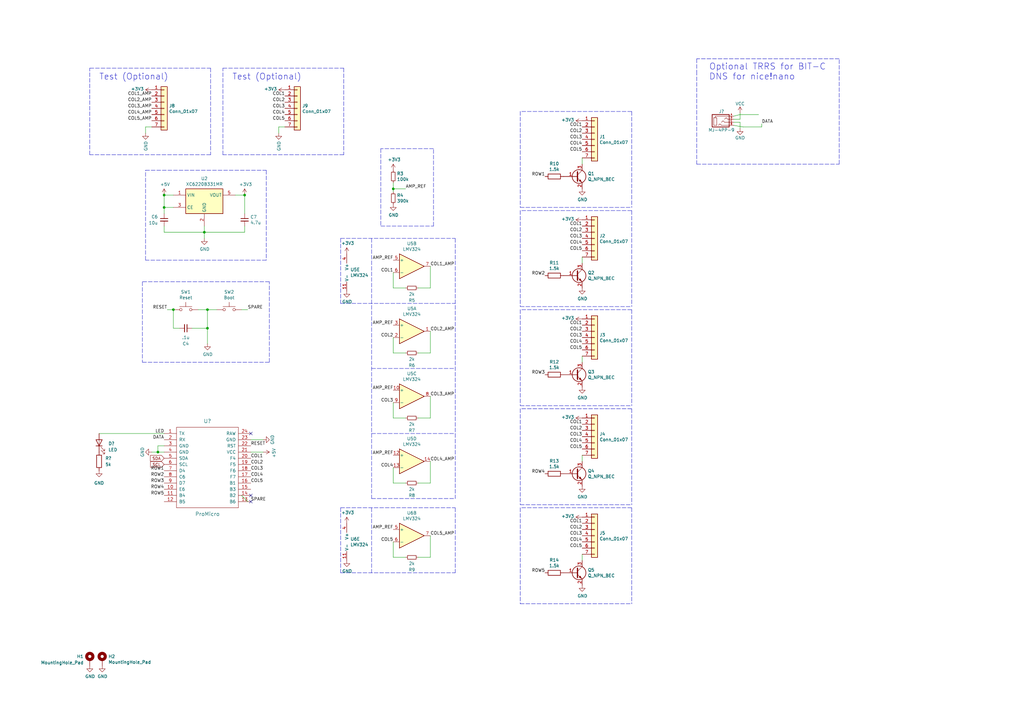
<source format=kicad_sch>
(kicad_sch (version 20211123) (generator eeschema)
  (paper "A3")
  (title_block (title "lalboard main board") (rev "v0.1"))
  (lib_symbols
    (symbol "Amplifier_Operational:LMV324" (pin_names (offset 0.127))
      (property "Reference" "U" (at 0 5.08 0))
      (property "Value" "LMV324" (at 0 -5.08 0))
      (symbol "LMV324_1_1"
        (polyline (pts (xy -5.08 5.08) (xy 5.08 0) (xy -5.08 -5.08) (xy -5.08 5.08)) (stroke (width 0.254)) (fill (type background)))
        (pin output line (at 7.62 0 180) (length 2.54) (name "~") (number "1"))
        (pin input line (at -7.62 -2.54 0) (length 2.54) (name "-") (number "2"))
        (pin input line (at -7.62 2.54 0) (length 2.54) (name "+") (number "3"))
      )
      (symbol "LMV324_2_1"
        (polyline (pts (xy -5.08 5.08) (xy 5.08 0) (xy -5.08 -5.08) (xy -5.08 5.08)) (stroke (width 0.254)) (fill (type background)))
        (pin input line (at -7.62 2.54 0) (length 2.54) (name "+") (number "5"))
        (pin input line (at -7.62 -2.54 0) (length 2.54) (name "-") (number "6"))
        (pin output line (at 7.62 0 180) (length 2.54) (name "~") (number "7"))
      )
      (symbol "LMV324_3_1"
        (polyline (pts (xy -5.08 5.08) (xy 5.08 0) (xy -5.08 -5.08) (xy -5.08 5.08)) (stroke (width 0.254)) (fill (type background)))
        (pin input line (at -7.62 2.54 0) (length 2.54) (name "+") (number "10"))
        (pin output line (at 7.62 0 180) (length 2.54) (name "~") (number "8"))
        (pin input line (at -7.62 -2.54 0) (length 2.54) (name "-") (number "9"))
      )
      (symbol "LMV324_4_1"
        (polyline (pts (xy -5.08 5.08) (xy 5.08 0) (xy -5.08 -5.08) (xy -5.08 5.08)) (stroke (width 0.254)) (fill (type background)))
        (pin input line (at -7.62 2.54 0) (length 2.54) (name "+") (number "12"))
        (pin input line (at -7.62 -2.54 0) (length 2.54) (name "-") (number "13"))
        (pin output line (at 7.62 0 180) (length 2.54) (name "~") (number "14"))
      )
      (symbol "LMV324_5_1"
        (pin power_in line (at -2.54 -7.62 90) (length 3.81) (name "V-") (number "11"))
        (pin power_in line (at -2.54 7.62 270) (length 3.81) (name "V+") (number "4"))
      )
    )
    (symbol "Connector_Generic:Conn_01x07" (pin_names (offset 1.016) hide)
      (property "Reference" "J" (at 0 10.16 0))
      (property "Value" "Conn_01x07" (at 0 -10.16 0))
      (symbol "Conn_01x07_1_1"
        (rectangle (start -1.27 -7.493) (end 0 -7.747) (stroke (width 0.1524)))
        (rectangle (start -1.27 -4.953) (end 0 -5.207) (stroke (width 0.1524)))
        (rectangle (start -1.27 -2.413) (end 0 -2.667) (stroke (width 0.1524)))
        (rectangle (start -1.27 0.127) (end 0 -0.127) (stroke (width 0.1524)))
        (rectangle (start -1.27 2.667) (end 0 2.413) (stroke (width 0.1524)))
        (rectangle (start -1.27 5.207) (end 0 4.953) (stroke (width 0.1524)))
        (rectangle (start -1.27 7.747) (end 0 7.493) (stroke (width 0.1524)))
        (rectangle (start -1.27 8.89) (end 1.27 -8.89) (stroke (width 0.254)) (fill (type background)))
        (pin passive line (at -5.08 7.62 0) (length 3.81) (name "Pin_1") (number "1"))
        (pin passive line (at -5.08 5.08 0) (length 3.81) (name "Pin_2") (number "2"))
        (pin passive line (at -5.08 2.54 0) (length 3.81) (name "Pin_3") (number "3"))
        (pin passive line (at -5.08 0 0) (length 3.81) (name "Pin_4") (number "4"))
        (pin passive line (at -5.08 -2.54 0) (length 3.81) (name "Pin_5") (number "5"))
        (pin passive line (at -5.08 -5.08 0) (length 3.81) (name "Pin_6") (number "6"))
        (pin passive line (at -5.08 -7.62 0) (length 3.81) (name "Pin_7") (number "7"))
      )
    )
    (symbol "Device:C_Small" (pin_numbers hide) (pin_names (offset 0.254) hide)
      (property "Reference" "C" (at 0.254 1.778 0))
      (property "Value" "C_Small" (at 0.254 -2.032 0))
      (symbol "C_Small_0_1"
        (polyline (pts (xy -1.524 -0.508) (xy 1.524 -0.508)) (stroke (width 0.3302)))
        (polyline (pts (xy -1.524 0.508) (xy 1.524 0.508)) (stroke (width 0.3048)))
      )
      (symbol "C_Small_1_1"
        (pin passive line (at 0 2.54 270) (length 2.032) (name "~") (number "1"))
        (pin passive line (at 0 -2.54 90) (length 2.032) (name "~") (number "2"))
      )
    )
    (symbol "Device:LED" (pin_numbers hide) (pin_names (offset 1.016) hide)
      (property "Reference" "D" (at 0 2.54 0))
      (property "Value" "LED" (at 0 -2.54 0))
      (symbol "LED_0_1"
        (polyline (pts (xy -1.27 -1.27) (xy -1.27 1.27)) (stroke (width 0.254)))
        (polyline (pts (xy -1.27 0) (xy 1.27 0)))
        (polyline (pts (xy 1.27 -1.27) (xy 1.27 1.27) (xy -1.27 0) (xy 1.27 -1.27)) (stroke (width 0.254)))
        (polyline (pts (xy -3.048 -0.762) (xy -4.572 -2.286) (xy -3.81 -2.286) (xy -4.572 -2.286) (xy -4.572 -1.524)))
        (polyline (pts (xy -1.778 -0.762) (xy -3.302 -2.286) (xy -2.54 -2.286) (xy -3.302 -2.286) (xy -3.302 -1.524)))
      )
      (symbol "LED_1_1"
        (pin passive line (at -3.81 0 0) (length 2.54) (name "K") (number "1"))
        (pin passive line (at 3.81 0 180) (length 2.54) (name "A") (number "2"))
      )
    )
    (symbol "Device:Q_NPN_BEC" (pin_names (offset 0) hide)
      (property "Reference" "Q" (at 5.08 1.27 0))
      (property "Value" "Q_NPN_BEC" (at 5.08 -1.27 0))
      (symbol "Q_NPN_BEC_0_1"
        (polyline (pts (xy 0.635 0.635) (xy 2.54 2.54)))
        (polyline (pts (xy 0.635 -0.635) (xy 2.54 -2.54) (xy 2.54 -2.54)))
        (polyline (pts (xy 0.635 1.905) (xy 0.635 -1.905) (xy 0.635 -1.905)) (stroke (width 0.508)))
        (polyline (pts (xy 1.27 -1.778) (xy 1.778 -1.27) (xy 2.286 -2.286) (xy 1.27 -1.778) (xy 1.27 -1.778)) (fill (type outline)))
        (circle (center 1.27 0) (radius 2.8194) (stroke (width 0.254)))
      )
      (symbol "Q_NPN_BEC_1_1"
        (pin input line (at -5.08 0 0) (length 5.715) (name "B") (number "1"))
        (pin passive line (at 2.54 -5.08 90) (length 2.54) (name "E") (number "2"))
        (pin passive line (at 2.54 5.08 270) (length 2.54) (name "C") (number "3"))
      )
    )
    (symbol "Device:R" (pin_numbers hide) (pin_names (offset 0))
      (property "Reference" "R" (at 2.032 0 90))
      (property "Value" "R" (at 0 0 90))
      (symbol "R_0_1"
        (rectangle (start -1.016 -2.54) (end 1.016 2.54) (stroke (width 0.254)))
      )
      (symbol "R_1_1"
        (pin passive line (at 0 3.81 270) (length 1.27) (name "~") (number "1"))
        (pin passive line (at 0 -3.81 90) (length 1.27) (name "~") (number "2"))
      )
    )
    (symbol "Device:R_Small" (pin_numbers hide) (pin_names (offset 0.254) hide)
      (property "Reference" "R" (at 0.762 0.508 0))
      (property "Value" "R_Small" (at 0.762 -1.016 0))
      (symbol "R_Small_0_1"
        (rectangle (start -0.762 1.778) (end 0.762 -1.778) (stroke (width 0.2032)))
      )
      (symbol "R_Small_1_1"
        (pin passive line (at 0 2.54 270) (length 0.762) (name "~") (number "1"))
        (pin passive line (at 0 -2.54 90) (length 0.762) (name "~") (number "2"))
      )
    )
    (symbol "Mechanical:MountingHole_Pad" (pin_numbers hide) (pin_names (offset 1.016) hide)
      (property "Reference" "H" (at 0 6.35 0))
      (property "Value" "MountingHole_Pad" (at 0 4.445 0))
      (symbol "MountingHole_Pad_0_1"
        (circle (center 0 1.27) (radius 1.27) (stroke (width 1.27)))
      )
      (symbol "MountingHole_Pad_1_1"
        (pin input line (at 0 -2.54 90) (length 2.54) (name "1") (number "1"))
      )
    )
    (symbol "Regulator_Linear:XC6220B331MR"
      (property "Reference" "U" (at 0 8.89 0))
      (property "Value" "XC6220B331MR" (at 0 6.35 0))
      (symbol "XC6220B331MR_0_1"
        (rectangle (start -7.62 5.08) (end 7.62 -5.08) (stroke (width 0.254)) (fill (type background)))
      )
      (symbol "XC6220B331MR_1_1"
        (pin power_in line (at -12.7 2.54 0) (length 5.08) (name "VIN") (number "1"))
        (pin power_in line (at 0 -10.16 90) (length 5.08) (name "GND") (number "2"))
        (pin input line (at -12.7 -2.54 0) (length 5.08) (name "CE") (number "3"))
        (pin no_connect line (at 12.7 -2.54 180) (length 5.08) hide (name "NC") (number "4"))
        (pin power_out line (at 12.7 2.54 180) (length 5.08) (name "VOUT") (number "5"))
      )
    )
    (symbol "Switch:SW_Push" (pin_numbers hide) (pin_names (offset 1.016) hide)
      (property "Reference" "SW" (at 1.27 2.54 0))
      (property "Value" "SW_Push" (at 0 -1.524 0))
      (symbol "SW_Push_0_1"
        (circle (center -2.032 0) (radius 0.508))
        (polyline (pts (xy 0 1.27) (xy 0 3.048)))
        (polyline (pts (xy 2.54 1.27) (xy -2.54 1.27)))
        (circle (center 2.032 0) (radius 0.508))
        (pin passive line (at -5.08 0 0) (length 2.54) (name "1") (number "1"))
        (pin passive line (at 5.08 0 180) (length 2.54) (name "2") (number "2"))
      )
    )
    (symbol "corne-chocolate-rescue:MJ-4PP-9-kbd" (pin_names (offset 1.016))
      (property "Reference" "J" (at 0 3.81 0))
      (property "Value" "MJ-4PP-9-kbd" (at 0 -3.81 0))
      (symbol "MJ-4PP-9-kbd_0_1"
        (rectangle (start -1.905 -1.905) (end -3.175 1.27))
        (polyline (pts (xy -2.54 1.27) (xy -2.54 1.905) (xy 3.175 1.905)))
        (polyline (pts (xy -1.27 -1.905) (xy -0.635 -1.27) (xy 0 -1.905) (xy 3.175 -1.905)))
        (polyline (pts (xy 0 -0.635) (xy 0.635 0) (xy 1.27 -0.635) (xy 3.175 -0.635)))
        (polyline (pts (xy 1.27 0.635) (xy 1.905 1.27) (xy 2.54 0.635) (xy 3.175 0.635)))
        (rectangle (start 3.175 2.54) (end -3.81 -2.54) (stroke (width 0.3048)))
      )
      (symbol "MJ-4PP-9-kbd_1_1"
        (pin input line (at 5.08 1.905 180) (length 2.0066) (name "~") (number "A"))
        (pin input line (at 5.08 -1.905 180) (length 2.0066) (name "~") (number "B"))
        (pin input line (at 5.08 -0.635 180) (length 2.0066) (name "~") (number "C"))
        (pin input line (at 5.08 0.635 180) (length 2.0066) (name "~") (number "D"))
      )
    )
    (symbol "corne-chocolate-rescue:ProMicro-kbd" (pin_names (offset 1.016))
      (property "Reference" "U" (at 0 24.13 0))
      (property "Value" "ProMicro-kbd" (at 0 -13.97 0))
      (symbol "ProMicro-kbd_0_1"
        (rectangle (start -12.7 21.59) (end 12.7 -11.43))
      )
      (symbol "ProMicro-kbd_1_1"
        (pin bidirectional line (at -17.78 19.05 0) (length 5.08) (name "TX") (number "1"))
        (pin bidirectional line (at -17.78 -3.81 0) (length 5.08) (name "E6") (number "10"))
        (pin bidirectional line (at -17.78 -6.35 0) (length 5.08) (name "B4") (number "11"))
        (pin bidirectional line (at -17.78 -8.89 0) (length 5.08) (name "B5") (number "12"))
        (pin bidirectional line (at 17.78 -8.89 180) (length 5.08) (name "B6") (number "13"))
        (pin bidirectional line (at 17.78 -6.35 180) (length 5.08) (name "B2") (number "14"))
        (pin bidirectional line (at 17.78 -3.81 180) (length 5.08) (name "B3") (number "15"))
        (pin bidirectional line (at 17.78 -1.27 180) (length 5.08) (name "B1") (number "16"))
        (pin bidirectional line (at 17.78 1.27 180) (length 5.08) (name "F7") (number "17"))
        (pin bidirectional line (at 17.78 3.81 180) (length 5.08) (name "F6") (number "18"))
        (pin bidirectional line (at 17.78 6.35 180) (length 5.08) (name "F5") (number "19"))
        (pin bidirectional line (at -17.78 16.51 0) (length 5.08) (name "RX") (number "2"))
        (pin bidirectional line (at 17.78 8.89 180) (length 5.08) (name "F4") (number "20"))
        (pin power_in line (at 17.78 11.43 180) (length 5.08) (name "VCC") (number "21"))
        (pin input line (at 17.78 13.97 180) (length 5.08) (name "RST") (number "22"))
        (pin power_in line (at 17.78 16.51 180) (length 5.08) (name "GND") (number "23"))
        (pin power_out line (at 17.78 19.05 180) (length 5.08) (name "RAW") (number "24"))
        (pin power_in line (at -17.78 13.97 0) (length 5.08) (name "GND") (number "3"))
        (pin power_in line (at -17.78 11.43 0) (length 5.08) (name "GND") (number "4"))
        (pin bidirectional line (at -17.78 8.89 0) (length 5.08) (name "SDA") (number "5"))
        (pin bidirectional line (at -17.78 6.35 0) (length 5.08) (name "SCL") (number "6"))
        (pin bidirectional line (at -17.78 3.81 0) (length 5.08) (name "D4") (number "7"))
        (pin bidirectional line (at -17.78 1.27 0) (length 5.08) (name "C6") (number "8"))
        (pin bidirectional line (at -17.78 -1.27 0) (length 5.08) (name "D7") (number "9"))
      )
    )
    (symbol "main_board-rescue:+3.3V-power" (power) (pin_names (offset 0))
      (property "Value" "+3.3V-power" (at 0 3.556 0))
      (symbol "+3.3V-power_0_1"
        (polyline (pts (xy -0.762 1.27) (xy 0 2.54)))
        (polyline (pts (xy 0 0) (xy 0 2.54)))
        (polyline (pts (xy 0 2.54) (xy 0.762 1.27)))
      )
      (symbol "+3.3V-power_1_1"
        (pin power_in line (at 0 0 90) (length 0) hide (name "+3V3") (number "1"))
      )
    )
    (symbol "power:+5V" (power) (pin_names (offset 0))
      (property "Value" "+5V" (at 0 3.556 0))
      (symbol "+5V_0_1"
        (polyline (pts (xy -0.762 1.27) (xy 0 2.54)))
        (polyline (pts (xy 0 0) (xy 0 2.54)))
        (polyline (pts (xy 0 2.54) (xy 0.762 1.27)))
      )
      (symbol "+5V_1_1"
        (pin power_in line (at 0 0 90) (length 0) hide (name "+5V") (number "1"))
      )
    )
    (symbol "power:GND" (power) (pin_names (offset 0))
      (property "Value" "GND" (at 0 -3.81 0))
      (symbol "GND_0_1"
        (polyline (pts (xy 0 0) (xy 0 -1.27) (xy 1.27 -1.27) (xy 0 -2.54) (xy -1.27 -1.27) (xy 0 -1.27)))
      )
      (symbol "GND_1_1"
        (pin power_in line (at 0 0 270) (length 0) hide (name "GND") (number "1"))
      )
    )
    (symbol "power:VCC" (power) (pin_names (offset 0))
      (property "Value" "VCC" (at 0 3.81 0))
      (symbol "VCC_0_1"
        (polyline (pts (xy -0.762 1.27) (xy 0 2.54)))
        (polyline (pts (xy 0 0) (xy 0 2.54)))
        (polyline (pts (xy 0 2.54) (xy 0.762 1.27)))
      )
      (symbol "VCC_1_1"
        (pin power_in line (at 0 0 90) (length 0) hide (name "VCC") (number "1"))
      )
    )
  )
  (junction (at 67.31 80.01))
  (junction (at 100.33 80.01))
  (junction (at 64.77 185.42))
  (junction (at 161.29 77.47))
  (junction (at 83.82 95.25))
  (junction (at 85.09 127))
  (junction (at 85.09 134.62))
  (junction (at 67.31 85.09))
  (junction (at 71.12 127))
  (no_connect (at 102.87 203.2))
  (no_connect (at 102.87 205.74))
  (no_connect (at 102.87 177.8))
  (bus_entry (at 99.06 203.2) (size 2.54 2.54))
  (bus_entry (at 151.13 -10.16) (size 2.54 2.54))
  (polyline (pts (xy 58.42 148.59) (xy 110.49 148.59)))
  (wire (pts (xy 176.53 109.22) (xy 176.53 118.11)))
  (wire (pts (xy 81.28 127) (xy 85.09 127)))
  (wire (pts (xy 83.82 95.25) (xy 83.82 97.79)))
  (polyline (pts (xy 177.8 60.96) (xy 156.21 60.96)))
  (polyline (pts (xy 91.44 63.5) (xy 91.44 27.94)))
  (polyline (pts (xy 213.36 208.28) (xy 213.36 247.65)))
  (wire (pts (xy 116.84 52.07) (xy 114.3 52.07)))
  (wire (pts (xy 303.53 46.355) (xy 303.53 48.895)))
  (wire (pts (xy 303.53 46.99) (xy 311.15 46.99)))
  (polyline (pts (xy 59.69 106.68) (xy 59.69 69.85)))
  (polyline (pts (xy 213.36 85.09) (xy 259.08 85.09)))
  (wire (pts (xy 83.82 95.25) (xy 83.82 92.71)))
  (polyline (pts (xy 139.7 97.79) (xy 186.69 97.79)))
  (polyline (pts (xy 59.69 69.85) (xy 109.22 69.85)))
  (wire (pts (xy 238.76 105.41) (xy 238.76 107.95)))
  (wire (pts (xy 67.31 95.25) (xy 67.31 92.71)))
  (wire (pts (xy 67.31 85.09) (xy 67.31 87.63)))
  (wire (pts (xy 166.37 118.11) (xy 161.29 118.11)))
  (wire (pts (xy 303.53 46.99) (xy 300.99 47.625)))
  (polyline (pts (xy 152.4 177.8) (xy 186.69 177.8)))
  (polyline (pts (xy 186.69 97.79) (xy 186.69 204.47)))
  (wire (pts (xy 73.66 134.62) (xy 71.12 134.62)))
  (polyline (pts (xy 344.17 24.13) (xy 285.75 24.13)))
  (wire (pts (xy 238.76 227.33) (xy 238.76 229.87)))
  (wire (pts (xy 100.33 80.01) (xy 100.33 87.63)))
  (wire (pts (xy 238.76 146.05) (xy 238.76 148.59)))
  (polyline (pts (xy 110.49 115.57) (xy 58.42 115.57)))
  (polyline (pts (xy 213.36 247.65) (xy 259.08 247.65)))
  (wire (pts (xy 99.06 127) (xy 101.6 127)))
  (wire (pts (xy 166.37 198.12) (xy 161.29 198.12)))
  (polyline (pts (xy 139.7 124.46) (xy 186.69 124.46)))
  (wire (pts (xy 100.33 92.71) (xy 100.33 95.25)))
  (wire (pts (xy 59.69 52.07) (xy 59.69 54.61)))
  (polyline (pts (xy 259.08 167.64) (xy 213.36 167.64)))
  (wire (pts (xy 64.77 182.88) (xy 64.77 185.42)))
  (polyline (pts (xy 213.36 86.36) (xy 213.36 125.73)))
  (polyline (pts (xy 213.36 125.73) (xy 259.08 125.73)))
  (wire (pts (xy 85.09 127) (xy 85.09 134.62)))
  (wire (pts (xy 304.8 52.07) (xy 312.42 52.07)))
  (wire (pts (xy 176.53 171.45) (xy 171.45 171.45)))
  (wire (pts (xy 161.29 118.11) (xy 161.29 111.76)))
  (wire (pts (xy 303.53 50.165) (xy 303.53 52.705)))
  (polyline (pts (xy 285.75 24.13) (xy 285.75 29.21)))
  (polyline (pts (xy 259.08 167.64) (xy 259.08 207.01)))
  (polyline (pts (xy 259.08 45.72) (xy 259.08 85.09)))
  (polyline (pts (xy 213.36 45.72) (xy 213.36 85.09)))
  (polyline (pts (xy 152.4 208.28) (xy 152.4 234.95)))
  (wire (pts (xy 67.31 182.88) (xy 64.77 182.88)))
  (polyline (pts (xy 139.7 208.28) (xy 139.7 234.95)))
  (wire (pts (xy 85.09 134.62) (xy 85.09 140.97)))
  (polyline (pts (xy 86.36 27.94) (xy 86.36 63.5)))
  (polyline (pts (xy 140.97 27.94) (xy 140.97 63.5)))
  (polyline (pts (xy 36.83 27.94) (xy 86.36 27.94)))
  (wire (pts (xy 238.76 186.69) (xy 238.76 189.23)))
  (wire (pts (xy 176.53 144.78) (xy 171.45 144.78)))
  (wire (pts (xy 161.29 74.93) (xy 161.29 77.47)))
  (polyline (pts (xy 213.36 167.64) (xy 213.36 207.01)))
  (polyline (pts (xy 259.08 208.28) (xy 259.08 247.65)))
  (polyline (pts (xy 186.69 208.28) (xy 186.69 234.95)))
  (polyline (pts (xy 152.4 151.13) (xy 186.69 151.13)))
  (wire (pts (xy 85.09 134.62) (xy 78.74 134.62)))
  (polyline (pts (xy 140.97 63.5) (xy 91.44 63.5)))
  (wire (pts (xy 62.23 185.42) (xy 64.77 185.42)))
  (wire (pts (xy 300.99 48.895) (xy 303.53 48.895)))
  (wire (pts (xy 166.37 228.6) (xy 161.29 228.6)))
  (polyline (pts (xy 152.4 97.79) (xy 152.4 204.47)))
  (polyline (pts (xy 213.36 166.37) (xy 259.08 166.37)))
  (wire (pts (xy 161.29 144.78) (xy 161.29 138.43)))
  (polyline (pts (xy 213.36 127) (xy 213.36 166.37)))
  (wire (pts (xy 161.29 228.6) (xy 161.29 222.25)))
  (wire (pts (xy 304.8 52.07) (xy 300.99 51.435)))
  (polyline (pts (xy 156.21 92.71) (xy 177.8 92.71)))
  (wire (pts (xy 96.52 80.01) (xy 100.33 80.01)))
  (polyline (pts (xy 86.36 63.5) (xy 36.83 63.5)))
  (polyline (pts (xy 139.7 208.28) (xy 186.69 208.28)))
  (wire (pts (xy 176.53 189.23) (xy 176.53 198.12)))
  (wire (pts (xy 238.76 64.77) (xy 238.76 67.31)))
  (polyline (pts (xy 285.75 67.31) (xy 344.17 67.31)))
  (polyline (pts (xy 156.21 60.96) (xy 156.21 92.71)))
  (wire (pts (xy 67.31 80.01) (xy 67.31 85.09)))
  (polyline (pts (xy 110.49 148.59) (xy 110.49 115.57)))
  (polyline (pts (xy 109.22 69.85) (xy 109.22 106.68)))
  (polyline (pts (xy 213.36 207.01) (xy 259.08 207.01)))
  (wire (pts (xy 161.29 77.47) (xy 161.29 78.74)))
  (wire (pts (xy 40.64 177.8) (xy 67.31 177.8)))
  (wire (pts (xy 71.12 80.01) (xy 67.31 80.01)))
  (wire (pts (xy 71.12 85.09) (xy 67.31 85.09)))
  (wire (pts (xy 166.37 144.78) (xy 161.29 144.78)))
  (wire (pts (xy 102.87 180.34) (xy 107.95 180.34)))
  (wire (pts (xy 312.42 50.8) (xy 312.42 52.07)))
  (polyline (pts (xy 259.08 127) (xy 259.08 166.37)))
  (polyline (pts (xy 91.44 27.94) (xy 140.97 27.94)))
  (polyline (pts (xy 177.8 92.71) (xy 177.8 60.96)))
  (wire (pts (xy 68.58 127) (xy 71.12 127)))
  (wire (pts (xy 85.09 127) (xy 88.9 127)))
  (wire (pts (xy 176.53 135.89) (xy 176.53 144.78)))
  (polyline (pts (xy 259.08 86.36) (xy 213.36 86.36)))
  (polyline (pts (xy 259.08 86.36) (xy 259.08 125.73)))
  (polyline (pts (xy 152.4 204.47) (xy 186.69 204.47)))
  (polyline (pts (xy 36.83 63.5) (xy 36.83 27.94)))
  (wire (pts (xy 71.12 134.62) (xy 71.12 127)))
  (wire (pts (xy 64.77 185.42) (xy 67.31 185.42)))
  (wire (pts (xy 176.53 228.6) (xy 171.45 228.6)))
  (polyline (pts (xy 139.7 234.95) (xy 186.69 234.95)))
  (wire (pts (xy 161.29 198.12) (xy 161.29 191.77)))
  (wire (pts (xy 176.53 118.11) (xy 171.45 118.11)))
  (wire (pts (xy 83.82 95.25) (xy 67.31 95.25)))
  (wire (pts (xy 161.29 171.45) (xy 161.29 165.1)))
  (polyline (pts (xy 259.08 208.28) (xy 213.36 208.28)))
  (wire (pts (xy 166.37 171.45) (xy 161.29 171.45)))
  (wire (pts (xy 300.99 50.165) (xy 303.53 50.165)))
  (wire (pts (xy 100.33 95.25) (xy 83.82 95.25)))
  (polyline (pts (xy 139.7 97.79) (xy 139.7 124.46)))
  (polyline (pts (xy 58.42 115.57) (xy 58.42 148.59)))
  (wire (pts (xy 114.3 52.07) (xy 114.3 54.61)))
  (wire (pts (xy 62.23 52.07) (xy 59.69 52.07)))
  (polyline (pts (xy 259.08 127) (xy 213.36 127)))
  (wire (pts (xy 176.53 198.12) (xy 171.45 198.12)))
  (wire (pts (xy 176.53 219.71) (xy 176.53 228.6)))
  (wire (pts (xy 102.87 185.42) (xy 107.95 185.42)))
  (wire (pts (xy 176.53 162.56) (xy 176.53 171.45)))
  (polyline (pts (xy 285.75 29.21) (xy 285.75 67.31)))
  (polyline (pts (xy 109.22 106.68) (xy 59.69 106.68)))
  (polyline (pts (xy 344.17 67.31) (xy 344.17 24.13)))
  (wire (pts (xy 161.29 77.47) (xy 166.37 77.47)))
  (polyline (pts (xy 259.08 45.72) (xy 213.36 45.72)))
  (text "Test (Optional)" (at 95.25 33.02 0) (effects (font (size 2.4892 2.4892)) (justify left bottom)))
  (text "Optional TRRS for BIT-C\nDNS for nice!nano" (at 290.83 33.02 0) (effects (font (size 2.54 2.54)) (justify left bottom)))
  (text "Test (Optional)" (at 40.64 33.02 0) (effects (font (size 2.4892 2.4892)) (justify left bottom)))
  (label "COL4" (at 116.84 46.99 180))
  (label "COL4" (at 238.76 100.33 180))
  (label "COL4" (at 161.29 191.77 180))
  (label "SPARE" (at 102.87 205.74 0))
  (label "COL4" (at 238.76 181.61 180))
  (label "AMP_REF" (at 161.29 106.68 180))
  (label "AMP_REF" (at 161.29 217.17 180))
  (label "COL5" (at 116.84 49.53 180))
  (label "COL4_AMP" (at 176.53 189.23 0))
  (label "COL3" (at 238.76 138.43 180))
  (label "COL5" (at 238.76 224.79 180))
  (label "ROW5" (at 223.52 234.95 180))
  (label "COL1" (at 102.87 187.96 0))
  (label "ROW2" (at 67.31 195.58 180))
  (label "COL1" (at 238.76 173.99 180))
  (label "ROW4" (at 223.52 194.31 180))
  (label "COL3_AMP" (at 176.53 162.56 0))
  (label "COL1" (at 238.76 214.63 180))
  (label "COL4" (at 238.76 222.25 180))
  (label "AMP_REF" (at 161.29 186.69 180))
  (label "COL3" (at 161.29 165.1 180))
  (label "COL2" (at 238.76 176.53 180))
  (label "COL2" (at 116.84 41.91 180))
  (label "COL1_AMP" (at 62.23 39.37 180))
  (label "COL3" (at 238.76 97.79 180))
  (label "COL5" (at 238.76 184.15 180))
  (label "COL2" (at 238.76 54.61 180))
  (label "COL1_AMP" (at 176.53 109.22 0))
  (label "RESET" (at 68.58 127 180))
  (label "COL2" (at 161.29 138.43 180))
  (label "COL5_AMP" (at 176.53 219.71 0))
  (label "COL5" (at 102.87 198.12 0))
  (label "COL4" (at 238.76 140.97 180))
  (label "COL1" (at 238.76 133.35 180))
  (label "COL2" (at 238.76 95.25 180))
  (label "COL3" (at 116.84 44.45 180))
  (label "COL2_AMP" (at 176.53 135.89 0))
  (label "ROW3" (at 67.31 198.12 180))
  (label "ROW4" (at 67.31 200.66 180))
  (label "COL1" (at 116.84 39.37 180))
  (label "COL5" (at 238.76 143.51 180))
  (label "COL5_AMP" (at 62.23 49.53 180))
  (label "RESET" (at 102.87 182.88 0))
  (label "SPARE" (at 101.6 127 0))
  (label "LED" (at 67.31 177.8 180))
  (label "COL1" (at 238.76 92.71 180))
  (label "COL1" (at 238.76 52.07 180))
  (label "COL2" (at 238.76 135.89 180))
  (label "AMP_REF" (at 161.29 160.02 180))
  (label "ROW1" (at 223.52 72.39 180))
  (label "COL2" (at 102.87 190.5 0))
  (label "DATA" (at 312.42 50.8 0))
  (label "AMP_REF" (at 166.37 77.47 0))
  (label "ROW3" (at 223.52 153.67 180))
  (label "COL5" (at 238.76 102.87 180))
  (label "COL3" (at 238.76 179.07 180))
  (label "ROW2" (at 223.52 113.03 180))
  (label "COL3" (at 238.76 57.15 180))
  (label "COL4" (at 238.76 59.69 180))
  (label "COL5" (at 238.76 62.23 180))
  (label "COL3" (at 102.87 193.04 0))
  (label "DATA" (at 67.31 180.34 180))
  (label "COL4_AMP" (at 62.23 46.99 180))
  (label "COL1" (at 161.29 111.76 180))
  (label "COL3" (at 238.76 219.71 180))
  (label "AMP_REF" (at 161.29 133.35 180))
  (label "COL2_AMP" (at 62.23 41.91 180))
  (label "COL5" (at 161.29 222.25 180))
  (label "ROW5" (at 67.31 203.2 180))
  (label "COL4" (at 102.87 195.58 0))
  (label "ROW1" (at 67.31 193.04 180))
  (label "COL3_AMP" (at 62.23 44.45 180))
  (label "COL2" (at 238.76 217.17 180))
  (global_label "SCL" (shape input) (at 67.31 190.5 180) (effects (font (size 1.1938 1.1938))) (property "Intersheet References" "${INTERSHEET_REFS}" (effects hide)))
  (global_label "SDA" (shape input) (at 67.31 187.96 180) (effects (font (size 1.1938 1.1938))) (property "Intersheet References" "${INTERSHEET_REFS}" (effects hide)))
  (symbol (lib_id "Device:Q_NPN_BEC") (at 236.22 72.39 0) (unit 1)
    (property "Reference" "Q1" (at 241.0714 71.2216 0) (effects (justify left)))
    (property "Value" "Q_NPN_BEC" (at 241.0714 73.533 0) (effects (justify left)))
    (property "Footprint" "Package_TO_SOT_SMD:SOT-23_Handsoldering" (effects hide))
    (property "Part" "PMBT2222A,215" (effects hide))
  )
  (symbol (lib_id "power:GND") (at 238.76 77.47 0) (unit 1)
    (property "Reference" "#PWR019" (effects hide))
    (property "Value" "GND" (at 238.887 81.8642 0))
  )
  (symbol (lib_id "Device:R") (at 227.33 72.39 270) (unit 1)
    (property "Reference" "R10" (at 227.33 67.1322 90))
    (property "Value" "1.5k" (at 227.33 69.4436 90))
    (property "Footprint" "Resistor_SMD:R_0805_2012Metric_Pad1.15x1.40mm_HandSolder" (effects hide))
  )
  (symbol (lib_id "main_board-rescue:+3.3V-power") (at 238.76 49.53 90) (unit 1)
    (property "Reference" "#PWR018" (effects hide))
    (property "Value" "+5V" (at 235.5088 49.149 90) (effects (justify left)))
  )
  (symbol (lib_id "Device:Q_NPN_BEC") (at 236.22 113.03 0) (unit 1)
    (property "Reference" "Q2" (at 241.0714 111.8616 0) (effects (justify left)))
    (property "Value" "Q_NPN_BEC" (at 241.0714 114.173 0) (effects (justify left)))
    (property "Footprint" "Package_TO_SOT_SMD:SOT-23_Handsoldering" (effects hide))
    (property "Part" "PMBT2222A,215" (effects hide))
  )
  (symbol (lib_id "Connector_Generic:Conn_01x07") (at 243.84 97.79 0) (unit 1)
    (property "Reference" "J2" (at 245.872 96.7232 0) (effects (justify left)))
    (property "Value" "Conn_01x07" (at 245.872 99.0346 0) (effects (justify left)))
    (property "Footprint" "lalboard:JST_ZH_B7B-ZR_1x07_P1.50mm_Vertical" (effects hide))
  )
  (symbol (lib_id "power:GND") (at 238.76 118.11 0) (unit 1)
    (property "Reference" "#PWR021" (effects hide))
    (property "Value" "GND" (at 238.887 122.5042 0))
  )
  (symbol (lib_id "Device:R") (at 227.33 113.03 270) (unit 1)
    (property "Reference" "R11" (at 227.33 107.7722 90))
    (property "Value" "1.5k" (at 227.33 110.0836 90))
    (property "Footprint" "Resistor_SMD:R_0805_2012Metric_Pad1.15x1.40mm_HandSolder" (effects hide))
  )
  (symbol (lib_id "main_board-rescue:+3.3V-power") (at 238.76 90.17 90) (unit 1)
    (property "Reference" "#PWR020" (effects hide))
    (property "Value" "+5V" (at 235.5088 89.789 90) (effects (justify left)))
  )
  (symbol (lib_id "Device:Q_NPN_BEC") (at 236.22 153.67 0) (unit 1)
    (property "Reference" "Q3" (at 241.0714 152.5016 0) (effects (justify left)))
    (property "Value" "Q_NPN_BEC" (at 241.0714 154.813 0) (effects (justify left)))
    (property "Footprint" "Package_TO_SOT_SMD:SOT-23_Handsoldering" (effects hide))
    (property "Part" "PMBT2222A,215" (effects hide))
  )
  (symbol (lib_id "Connector_Generic:Conn_01x07") (at 243.84 138.43 0) (unit 1)
    (property "Reference" "J3" (at 245.872 137.3632 0) (effects (justify left)))
    (property "Value" "Conn_01x07" (at 245.872 139.6746 0) (effects (justify left)))
    (property "Footprint" "lalboard:JST_ZH_B7B-ZR_1x07_P1.50mm_Vertical" (effects hide))
  )
  (symbol (lib_id "power:GND") (at 238.76 158.75 0) (unit 1)
    (property "Reference" "#PWR023" (effects hide))
    (property "Value" "GND" (at 238.887 163.1442 0))
  )
  (symbol (lib_id "Device:R") (at 227.33 153.67 270) (unit 1)
    (property "Reference" "R12" (at 227.33 148.4122 90))
    (property "Value" "1.5k" (at 227.33 150.7236 90))
    (property "Footprint" "Resistor_SMD:R_0805_2012Metric_Pad1.15x1.40mm_HandSolder" (effects hide))
  )
  (symbol (lib_id "main_board-rescue:+3.3V-power") (at 238.76 130.81 90) (unit 1)
    (property "Reference" "#PWR022" (effects hide))
    (property "Value" "+5V" (at 235.5088 130.429 90) (effects (justify left)))
  )
  (symbol (lib_id "Device:Q_NPN_BEC") (at 236.22 194.31 0) (unit 1)
    (property "Reference" "Q4" (at 241.0714 193.1416 0) (effects (justify left)))
    (property "Value" "Q_NPN_BEC" (at 241.0714 195.453 0) (effects (justify left)))
    (property "Footprint" "Package_TO_SOT_SMD:SOT-23_Handsoldering" (effects hide))
    (property "Part" "PMBT2222A,215" (effects hide))
  )
  (symbol (lib_id "Connector_Generic:Conn_01x07") (at 243.84 179.07 0) (unit 1)
    (property "Reference" "J4" (at 245.872 178.0032 0) (effects (justify left)))
    (property "Value" "Conn_01x07" (at 245.872 180.3146 0) (effects (justify left)))
    (property "Footprint" "lalboard:JST_ZH_B7B-ZR_1x07_P1.50mm_Vertical" (effects hide))
  )
  (symbol (lib_id "power:GND") (at 238.76 199.39 0) (unit 1)
    (property "Reference" "#PWR025" (effects hide))
    (property "Value" "GND" (at 238.887 203.7842 0))
  )
  (symbol (lib_id "Device:R") (at 227.33 194.31 270) (unit 1)
    (property "Reference" "R13" (at 227.33 189.0522 90))
    (property "Value" "1.5k" (at 227.33 191.3636 90))
    (property "Footprint" "Resistor_SMD:R_0805_2012Metric_Pad1.15x1.40mm_HandSolder" (effects hide))
  )
  (symbol (lib_id "main_board-rescue:+3.3V-power") (at 238.76 171.45 90) (unit 1)
    (property "Reference" "#PWR024" (effects hide))
    (property "Value" "+5V" (at 235.5088 171.069 90) (effects (justify left)))
  )
  (symbol (lib_id "Device:Q_NPN_BEC") (at 236.22 234.95 0) (unit 1)
    (property "Reference" "Q5" (at 241.0714 233.7816 0) (effects (justify left)))
    (property "Value" "Q_NPN_BEC" (at 241.0714 236.093 0) (effects (justify left)))
    (property "Footprint" "Package_TO_SOT_SMD:SOT-23_Handsoldering" (effects hide))
    (property "Part" "PMBT2222A,215" (effects hide))
  )
  (symbol (lib_id "Connector_Generic:Conn_01x07") (at 243.84 219.71 0) (unit 1)
    (property "Reference" "J5" (at 245.872 218.6432 0) (effects (justify left)))
    (property "Value" "Conn_01x07" (at 245.872 220.9546 0) (effects (justify left)))
    (property "Footprint" "lalboard:JST_ZH_B7B-ZR_1x07_P1.50mm_Vertical" (effects hide))
  )
  (symbol (lib_id "power:GND") (at 238.76 240.03 0) (unit 1)
    (property "Reference" "#PWR027" (effects hide))
    (property "Value" "GND" (at 238.887 244.4242 0))
  )
  (symbol (lib_id "Device:R") (at 227.33 234.95 270) (unit 1)
    (property "Reference" "R14" (at 227.33 229.6922 90))
    (property "Value" "1.5k" (at 227.33 232.0036 90))
    (property "Footprint" "Resistor_SMD:R_0805_2012Metric_Pad1.15x1.40mm_HandSolder" (effects hide))
  )
  (symbol (lib_id "main_board-rescue:+3.3V-power") (at 238.76 212.09 90) (unit 1)
    (property "Reference" "#PWR026" (effects hide))
    (property "Value" "+5V" (at 235.5088 211.709 90) (effects (justify left)))
  )
  (symbol (lib_id "Switch:SW_Push") (at 76.2 127 0) (unit 1)
    (property "Reference" "SW1" (at 76.2 119.761 0))
    (property "Value" "Reset" (at 76.2 122.0724 0))
    (property "Footprint" "Button_Switch_THT:SW_PUSH_6mm_H5mm" (effects hide))
    (property "Part" "1825910-6" (effects hide))
  )
  (symbol (lib_id "Switch:SW_Push") (at 93.98 127 0) (mirror y) (unit 1)
    (property "Reference" "SW2" (at 93.98 119.761 0))
    (property "Value" "Boot" (at 93.98 122.0724 0))
    (property "Footprint" "Button_Switch_THT:SW_PUSH_6mm_H5mm" (effects hide))
    (property "Part" "1825910-6" (effects hide))
  )
  (symbol (lib_id "Amplifier_Operational:LMV324") (at 168.91 109.22 0) (unit 2)
    (property "Reference" "U5" (at 168.91 99.8982 0))
    (property "Value" "LMV324" (at 168.91 102.2096 0))
    (property "Footprint" "lalboard:TSSOP-14_4.4x5mm_P0.65mm" (effects hide))
    (property "Datasheet" "http://www.ti.com/lit/ds/symlink/lmv324.pdf" (effects hide))
  )
  (symbol (lib_id "Device:R_Small") (at 161.29 72.39 0) (unit 1)
    (property "Reference" "R3" (at 162.7886 71.2216 0) (effects (justify left)))
    (property "Value" "100k" (at 162.7886 73.533 0) (effects (justify left)))
    (property "Footprint" "Resistor_SMD:R_0805_2012Metric_Pad1.15x1.40mm_HandSolder" (effects hide))
  )
  (symbol (lib_id "Device:R_Small") (at 161.29 81.28 0) (unit 1)
    (property "Reference" "R4" (at 162.7886 80.1116 0) (effects (justify left)))
    (property "Value" "390k" (at 162.7886 82.423 0) (effects (justify left)))
    (property "Footprint" "Resistor_SMD:R_0805_2012Metric_Pad1.15x1.40mm_HandSolder" (effects hide))
  )
  (symbol (lib_id "main_board-rescue:+3.3V-power") (at 161.29 69.85 0) (unit 1)
    (property "Reference" "#PWR012" (effects hide))
    (property "Value" "+5V" (at 161.671 65.4558 0))
  )
  (symbol (lib_id "power:GND") (at 161.29 83.82 0) (unit 1)
    (property "Reference" "#PWR013" (effects hide))
    (property "Value" "GND" (at 161.417 88.2142 0))
  )
  (symbol (lib_id "Device:R_Small") (at 168.91 118.11 270) (unit 1)
    (property "Reference" "R5" (at 168.91 123.19 90))
    (property "Value" "2k" (at 168.91 120.65 90))
    (property "Footprint" "Resistor_SMD:R_0805_2012Metric_Pad1.15x1.40mm_HandSolder" (effects hide))
  )
  (symbol (lib_id "Amplifier_Operational:LMV324") (at 168.91 135.89 0) (unit 1)
    (property "Reference" "U5" (at 168.91 126.5682 0))
    (property "Value" "LMV324" (at 168.91 128.8796 0))
    (property "Footprint" "lalboard:TSSOP-14_4.4x5mm_P0.65mm" (effects hide))
    (property "Datasheet" "http://www.ti.com/lit/ds/symlink/lmv324.pdf" (effects hide))
  )
  (symbol (lib_id "Device:R_Small") (at 168.91 144.78 270) (unit 1)
    (property "Reference" "R6" (at 168.91 149.86 90))
    (property "Value" "2k" (at 168.91 147.32 90))
    (property "Footprint" "Resistor_SMD:R_0805_2012Metric_Pad1.15x1.40mm_HandSolder" (effects hide))
  )
  (symbol (lib_id "Amplifier_Operational:LMV324") (at 168.91 162.56 0) (unit 3)
    (property "Reference" "U5" (at 168.91 153.2382 0))
    (property "Value" "LMV324" (at 168.91 155.5496 0))
    (property "Footprint" "lalboard:TSSOP-14_4.4x5mm_P0.65mm" (effects hide))
    (property "Datasheet" "http://www.ti.com/lit/ds/symlink/lmv324.pdf" (effects hide))
  )
  (symbol (lib_id "Device:R_Small") (at 168.91 171.45 270) (unit 1)
    (property "Reference" "R7" (at 168.91 176.53 90))
    (property "Value" "2k" (at 168.91 173.99 90))
    (property "Footprint" "Resistor_SMD:R_0805_2012Metric_Pad1.15x1.40mm_HandSolder" (effects hide))
  )
  (symbol (lib_id "Amplifier_Operational:LMV324") (at 168.91 189.23 0) (unit 4)
    (property "Reference" "U5" (at 168.91 179.9082 0))
    (property "Value" "LMV324" (at 168.91 182.2196 0))
    (property "Footprint" "lalboard:TSSOP-14_4.4x5mm_P0.65mm" (effects hide))
    (property "Datasheet" "http://www.ti.com/lit/ds/symlink/lmv324.pdf" (effects hide))
  )
  (symbol (lib_id "Device:R_Small") (at 168.91 198.12 270) (unit 1)
    (property "Reference" "R8" (at 168.91 203.2 90))
    (property "Value" "2k" (at 168.91 200.66 90))
    (property "Footprint" "Resistor_SMD:R_0805_2012Metric_Pad1.15x1.40mm_HandSolder" (effects hide))
  )
  (symbol (lib_id "Amplifier_Operational:LMV324") (at 144.78 111.76 0) (unit 5)
    (property "Reference" "U5" (at 143.7132 110.5916 0) (effects (justify left)))
    (property "Value" "LMV324" (at 143.7132 112.903 0) (effects (justify left)))
    (property "Footprint" "lalboard:TSSOP-14_4.4x5mm_P0.65mm" (effects hide))
    (property "Datasheet" "http://www.ti.com/lit/ds/symlink/lmv324.pdf" (effects hide))
  )
  (symbol (lib_id "power:GND") (at 85.09 140.97 0) (unit 1)
    (property "Reference" "#PWR07" (effects hide))
    (property "Value" "GND" (at 85.217 145.3642 0))
  )
  (symbol (lib_id "Device:C_Small") (at 76.2 134.62 270) (unit 1)
    (property "Reference" "C4" (at 76.2 140.97 90))
    (property "Value" ".1u" (at 76.2 138.43 90))
    (property "Footprint" "Capacitor_SMD:C_0805_2012Metric_Pad1.15x1.40mm_HandSolder" (effects hide))
    (property "Voltage" "16V" (effects hide))
    (property "Tolerance" "10%" (effects hide))
  )
  (symbol (lib_id "Regulator_Linear:XC6220B331MR") (at 83.82 82.55 0) (unit 1)
    (property "Reference" "U2" (at 83.82 73.2282 0))
    (property "Value" "XC6220B331MR" (at 83.82 75.5396 0))
    (property "Footprint" "Package_TO_SOT_SMD:SOT-23-5" (effects hide))
    (property "Datasheet" "https://www.torexsemi.com/file/xc6220/XC6220.pdf" (effects hide))
  )
  (symbol (lib_id "Device:C_Small") (at 100.33 90.17 0) (unit 1)
    (property "Reference" "C7" (at 102.6668 89.0016 0) (effects (justify left)))
    (property "Value" "4.7u" (at 102.6668 91.313 0) (effects (justify left)))
    (property "Footprint" "Capacitor_SMD:C_0805_2012Metric_Pad1.15x1.40mm_HandSolder" (effects hide))
  )
  (symbol (lib_id "Device:C_Small") (at 67.31 90.17 0) (unit 1)
    (property "Reference" "C6" (at 64.77 88.9 0) (effects (justify right)))
    (property "Value" "10u" (at 64.77 91.44 0) (effects (justify right)))
    (property "Footprint" "Capacitor_SMD:C_0805_2012Metric_Pad1.15x1.40mm_HandSolder" (effects hide))
  )
  (symbol (lib_id "Amplifier_Operational:LMV324") (at 168.91 219.71 0) (unit 2)
    (property "Reference" "U6" (at 168.91 210.3882 0))
    (property "Value" "LMV324" (at 168.91 212.6996 0))
    (property "Footprint" "lalboard:TSSOP-14_4.4x5mm_P0.65mm" (effects hide))
    (property "Datasheet" "http://www.ti.com/lit/ds/symlink/lmv324.pdf" (effects hide))
  )
  (symbol (lib_id "Device:R_Small") (at 168.91 228.6 270) (unit 1)
    (property "Reference" "R9" (at 168.91 233.68 90))
    (property "Value" "2k" (at 168.91 231.14 90))
    (property "Footprint" "Resistor_SMD:R_0805_2012Metric_Pad1.15x1.40mm_HandSolder" (effects hide))
  )
  (symbol (lib_id "Amplifier_Operational:LMV324") (at 144.78 222.25 0) (unit 5)
    (property "Reference" "U6" (at 143.7132 221.0816 0) (effects (justify left)))
    (property "Value" "LMV324" (at 143.7132 223.393 0) (effects (justify left)))
    (property "Footprint" "lalboard:TSSOP-14_4.4x5mm_P0.65mm" (effects hide))
    (property "Datasheet" "http://www.ti.com/lit/ds/symlink/lmv324.pdf" (effects hide))
  )
  (symbol (lib_id "power:GND") (at 83.82 97.79 0) (unit 1)
    (property "Reference" "#PWR06" (effects hide))
    (property "Value" "GND" (at 83.947 102.1842 0))
  )
  (symbol (lib_id "power:+5V") (at 67.31 80.01 0) (unit 1)
    (property "Reference" "#PWR04" (effects hide))
    (property "Value" "+5V" (at 67.691 75.6158 0))
  )
  (symbol (lib_id "main_board-rescue:+3.3V-power") (at 100.33 80.01 0) (unit 1)
    (property "Reference" "#PWR08" (effects hide))
    (property "Value" "+3.3V" (at 100.711 75.6158 0))
  )
  (symbol (lib_id "Connector_Generic:Conn_01x07") (at 243.84 57.15 0) (unit 1)
    (property "Reference" "J1" (at 245.872 56.0832 0) (effects (justify left)))
    (property "Value" "Conn_01x07" (at 245.872 58.3946 0) (effects (justify left)))
    (property "Footprint" "lalboard:JST_ZH_B7B-ZR_1x07_P1.50mm_Vertical" (effects hide))
  )
  (symbol (lib_id "Connector_Generic:Conn_01x07") (at 67.31 44.45 0) (unit 1)
    (property "Reference" "J8" (at 69.342 43.3832 0) (effects (justify left)))
    (property "Value" "Conn_01x07" (at 69.342 45.6946 0) (effects (justify left)))
    (property "Footprint" "lalboard:JST_ZH_B7B-ZR_1x07_P1.50mm_Vertical" (effects hide))
  )
  (symbol (lib_id "main_board-rescue:+3.3V-power") (at 62.23 36.83 90) (unit 1)
    (property "Reference" "#PWR0109" (effects hide))
    (property "Value" "+5V" (at 58.9788 36.449 90) (effects (justify left)))
  )
  (symbol (lib_id "power:GND") (at 59.69 54.61 0) (unit 1)
    (property "Reference" "#PWR0110" (effects hide))
    (property "Value" "GND" (at 59.817 57.8612 90) (effects (justify right)))
  )
  (symbol (lib_id "power:GND") (at 142.24 119.38 0) (unit 1)
    (property "Reference" "#PWR0103" (effects hide))
    (property "Value" "GND" (at 142.367 123.7742 0))
  )
  (symbol (lib_id "main_board-rescue:+3.3V-power") (at 142.24 104.14 0) (unit 1)
    (property "Reference" "#PWR0104" (effects hide))
    (property "Value" "+5V" (at 142.621 99.7458 0))
  )
  (symbol (lib_id "power:GND") (at 142.24 229.87 0) (unit 1)
    (property "Reference" "#PWR0105" (effects hide))
    (property "Value" "GND" (at 142.367 234.2642 0))
  )
  (symbol (lib_id "main_board-rescue:+3.3V-power") (at 142.24 214.63 0) (unit 1)
    (property "Reference" "#PWR0106" (effects hide))
    (property "Value" "+5V" (at 142.621 210.2358 0))
  )
  (symbol (lib_id "Mechanical:MountingHole_Pad") (at 36.83 270.51 0) (unit 1)
    (property "Reference" "H1" (at 34.29 269.24 0) (effects (justify right)))
    (property "Value" "MountingHole_Pad" (at 34.29 271.78 0) (effects (justify right)))
    (property "Footprint" "MountingHole:MountingHole_3.2mm_M3_DIN965_Pad" (effects hide))
  )
  (symbol (lib_id "Mechanical:MountingHole_Pad") (at 41.91 270.51 0) (unit 1)
    (property "Reference" "H2" (at 44.45 269.2654 0) (effects (justify left)))
    (property "Value" "MountingHole_Pad" (at 44.45 271.5768 0) (effects (justify left)))
    (property "Footprint" "MountingHole:MountingHole_3.2mm_M3_DIN965_Pad" (effects hide))
  )
  (symbol (lib_id "power:GND") (at 36.83 273.05 0) (unit 1)
    (property "Reference" "#PWR0107" (effects hide))
    (property "Value" "GND" (at 36.957 277.4442 0))
  )
  (symbol (lib_id "power:GND") (at 41.91 273.05 0) (unit 1)
    (property "Reference" "#PWR0108" (effects hide))
    (property "Value" "GND" (at 42.037 277.4442 0))
  )
  (symbol (lib_id "power:GND") (at 114.3 54.61 0) (unit 1)
    (property "Reference" "#PWR?" (effects hide))
    (property "Value" "GND" (at 114.427 57.8612 90) (effects (justify right)))
  )
  (symbol (lib_id "Device:LED") (at 40.64 181.61 90) (unit 1)
    (property "Reference" "D?" (at 44.45 181.9274 90) (effects (justify right)))
    (property "Value" "LED" (at 44.45 184.4674 90) (effects (justify right)))
  )
  (symbol (lib_id "power:GND") (at 40.64 193.04 0) (unit 1)
    (property "Reference" "#PWR?" (effects hide))
    (property "Value" "GND" (at 40.64 198.12 0))
  )
  (symbol (lib_id "main_board-rescue:+3.3V-power") (at 116.84 36.83 90) (unit 1)
    (property "Reference" "#PWR?" (effects hide))
    (property "Value" "+5V" (at 113.5888 36.449 90) (effects (justify left)))
  )
  (symbol (lib_id "power:+5V") (at 107.95 185.42 270) (unit 1)
    (property "Reference" "#PWR?" (effects hide))
    (property "Value" "+5V" (at 112.3442 185.801 0))
  )
  (symbol (lib_id "corne-chocolate-rescue:ProMicro-kbd") (at 85.09 196.85 0) (unit 1)
    (property "Reference" "U?" (at 85.09 172.72 0) (effects (font (size 1.524 1.524))))
    (property "Value" "ProMicro" (at 85.09 210.82 0) (effects (font (size 1.524 1.524))))
    (property "Footprint" "kbd:ProMicro_v2" (effects hide))
  )
  (symbol (lib_id "Device:R") (at 40.64 189.23 0) (unit 1)
    (property "Reference" "R?" (at 43.18 187.9599 0) (effects (justify left)))
    (property "Value" "5k" (at 43.18 190.4999 0) (effects (justify left)))
    (property "Footprint" "Resistor_SMD:R_0805_2012Metric_Pad1.20x1.40mm_HandSolder" (effects hide))
  )
  (symbol (lib_id "power:GND") (at 107.95 180.34 90) (unit 1)
    (property "Reference" "#PWR?" (effects hide))
    (property "Value" "GND" (at 111.76 180.34 0))
  )
  (symbol (lib_id "Connector_Generic:Conn_01x07") (at 121.92 44.45 0) (unit 1)
    (property "Reference" "J9" (at 123.952 43.3832 0) (effects (justify left)))
    (property "Value" "Conn_01x07" (at 123.952 45.6946 0) (effects (justify left)))
    (property "Footprint" "lalboard:JST_ZH_B7B-ZR_1x07_P1.50mm_Vertical" (effects hide))
  )
  (symbol (lib_id "power:GND") (at 303.53 52.705 0) (unit 1)
    (property "Reference" "#PWR?" (effects hide))
    (property "Value" "GND" (at 303.53 56.515 0))
  )
  (symbol (lib_id "power:VCC") (at 303.53 46.355 0) (unit 1)
    (property "Reference" "#PWR?" (effects hide))
    (property "Value" "VCC" (at 303.53 42.545 0))
  )
  (symbol (lib_id "corne-chocolate-rescue:MJ-4PP-9-kbd") (at 295.91 49.53 0) (unit 1)
    (property "Reference" "J?" (at 295.91 45.72 0))
    (property "Value" "MJ-4PP-9" (at 295.91 53.34 0))
    (property "Footprint" "kbd:MJ-4PP-9" (effects hide))
  )
  (symbol (lib_id "power:GND") (at 62.23 185.42 270) (unit 1)
    (property "Reference" "#PWR?" (effects hide))
    (property "Value" "GND" (at 58.42 185.42 0))
  )
)
</source>
